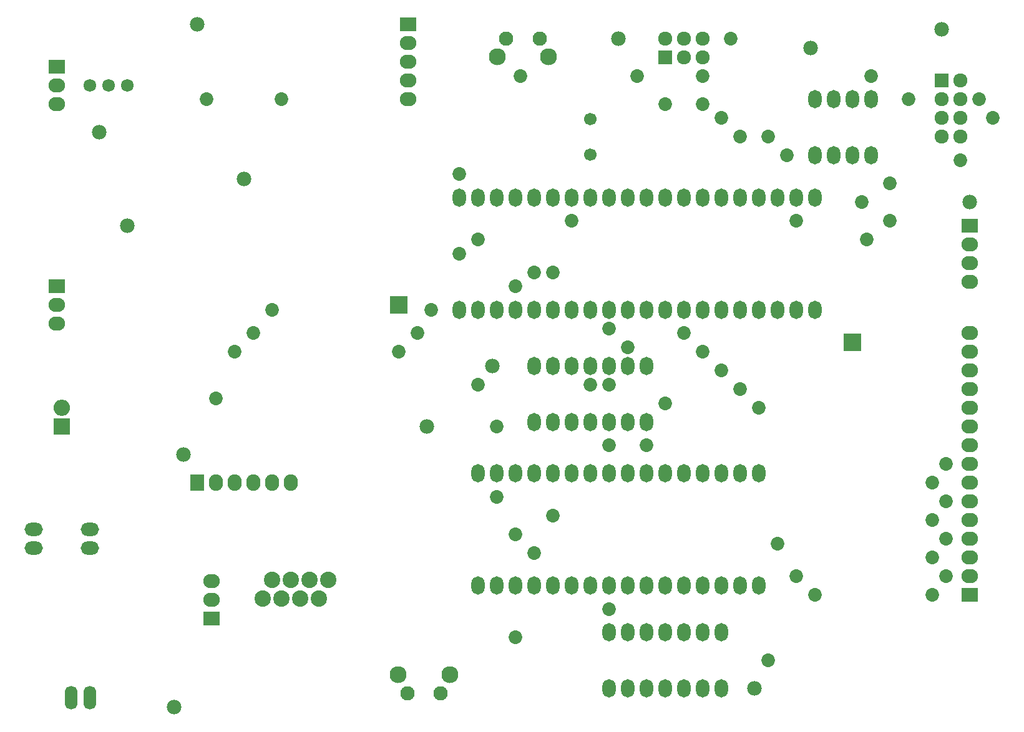
<source format=gts>
G04 #@! TF.FileFunction,Soldermask,Top*
%FSLAX46Y46*%
G04 Gerber Fmt 4.6, Leading zero omitted, Abs format (unit mm)*
G04 Created by KiCad (PCBNEW (2015-07-01 BZR 5850, Git 51c0ae3)-product) date 08.09.2015 00:21:10*
%MOMM*%
G01*
G04 APERTURE LIST*
%ADD10C,0.100000*%
%ADD11O,1.800000X2.500000*%
%ADD12R,2.232000X1.927200*%
%ADD13O,2.232000X1.927200*%
%ADD14R,1.927200X2.232000*%
%ADD15O,1.927200X2.232000*%
%ADD16R,1.927200X1.927200*%
%ADD17O,1.927200X1.927200*%
%ADD18C,2.232000*%
%ADD19R,2.232000X2.232000*%
%ADD20O,2.232000X2.232000*%
%ADD21C,2.300000*%
%ADD22C,1.950000*%
%ADD23C,1.724000*%
%ADD24O,2.500000X1.800000*%
%ADD25C,1.701140*%
%ADD26R,2.435200X2.435200*%
%ADD27O,1.706220X3.214980*%
%ADD28C,1.851000*%
%ADD29C,1.978000*%
G04 APERTURE END LIST*
D10*
D11*
X112649000Y-28194000D03*
X110109000Y-28194000D03*
X107569000Y-28194000D03*
X105029000Y-28194000D03*
X102489000Y-28194000D03*
X99949000Y-28194000D03*
X97409000Y-28194000D03*
X94869000Y-28194000D03*
X92329000Y-28194000D03*
X89789000Y-28194000D03*
X87249000Y-28194000D03*
X84709000Y-28194000D03*
X82169000Y-28194000D03*
X79629000Y-28194000D03*
X77089000Y-28194000D03*
X74549000Y-28194000D03*
X72009000Y-28194000D03*
X69469000Y-28194000D03*
X66929000Y-28194000D03*
X64389000Y-28194000D03*
X64389000Y-43434000D03*
X66929000Y-43434000D03*
X69469000Y-43434000D03*
X72009000Y-43434000D03*
X74549000Y-43434000D03*
X77089000Y-43434000D03*
X79629000Y-43434000D03*
X82169000Y-43434000D03*
X84709000Y-43434000D03*
X87249000Y-43434000D03*
X89789000Y-43434000D03*
X92329000Y-43434000D03*
X94869000Y-43434000D03*
X97409000Y-43434000D03*
X99949000Y-43434000D03*
X102489000Y-43434000D03*
X105029000Y-43434000D03*
X107569000Y-43434000D03*
X110109000Y-43434000D03*
X112649000Y-43434000D03*
D12*
X133604000Y-32004000D03*
D13*
X133604000Y-34544000D03*
X133604000Y-37084000D03*
X133604000Y-39624000D03*
D11*
X112649000Y-22479000D03*
X115189000Y-22479000D03*
X117729000Y-22479000D03*
X120269000Y-22479000D03*
X120269000Y-14859000D03*
X117729000Y-14859000D03*
X115189000Y-14859000D03*
X112649000Y-14859000D03*
D14*
X28829000Y-66929000D03*
D15*
X31369000Y-66929000D03*
X33909000Y-66929000D03*
X36449000Y-66929000D03*
X38989000Y-66929000D03*
X41529000Y-66929000D03*
D16*
X129794000Y-12319000D03*
D17*
X132334000Y-12319000D03*
X129794000Y-14859000D03*
X132334000Y-14859000D03*
X129794000Y-17399000D03*
X132334000Y-17399000D03*
X129794000Y-19939000D03*
X132334000Y-19939000D03*
D12*
X57404000Y-4699000D03*
D13*
X57404000Y-7239000D03*
X57404000Y-9779000D03*
X57404000Y-12319000D03*
X57404000Y-14859000D03*
D18*
X42799000Y-82677000D03*
X41529000Y-80137000D03*
X40259000Y-82677000D03*
X38989000Y-80137000D03*
X37719000Y-82677000D03*
X46609000Y-80137000D03*
X45339000Y-82677000D03*
X44069000Y-80137000D03*
D19*
X10414000Y-59309000D03*
D20*
X10414000Y-56769000D03*
D21*
X76499000Y-9094000D03*
D22*
X75239000Y-6604000D03*
X70739000Y-6604000D03*
D21*
X69489000Y-9094000D03*
X56089000Y-93014000D03*
D22*
X57349000Y-95504000D03*
X61849000Y-95504000D03*
D21*
X63099000Y-93014000D03*
D23*
X16764000Y-12954000D03*
X14224000Y-12954000D03*
X19304000Y-12954000D03*
D12*
X9779000Y-40259000D03*
D13*
X9779000Y-42799000D03*
X9779000Y-45339000D03*
D12*
X9779000Y-10414000D03*
D13*
X9779000Y-12954000D03*
X9779000Y-15494000D03*
D11*
X99949000Y-87249000D03*
X97409000Y-87249000D03*
X94869000Y-87249000D03*
X92329000Y-87249000D03*
X89789000Y-87249000D03*
X87249000Y-87249000D03*
X84709000Y-87249000D03*
X84709000Y-94869000D03*
X87249000Y-94869000D03*
X89789000Y-94869000D03*
X92329000Y-94869000D03*
X94869000Y-94869000D03*
X97409000Y-94869000D03*
X99949000Y-94869000D03*
X74549000Y-58674000D03*
X77089000Y-58674000D03*
X79629000Y-58674000D03*
X82169000Y-58674000D03*
X84709000Y-58674000D03*
X87249000Y-58674000D03*
X89789000Y-58674000D03*
X89789000Y-51054000D03*
X87249000Y-51054000D03*
X84709000Y-51054000D03*
X82169000Y-51054000D03*
X79629000Y-51054000D03*
X77089000Y-51054000D03*
X74549000Y-51054000D03*
X66929000Y-80899000D03*
X69469000Y-80899000D03*
X72009000Y-80899000D03*
X74549000Y-80899000D03*
X77089000Y-80899000D03*
X79629000Y-80899000D03*
X82169000Y-80899000D03*
X84709000Y-80899000D03*
X87249000Y-80899000D03*
X89789000Y-80899000D03*
X92329000Y-80899000D03*
X94869000Y-80899000D03*
X97409000Y-80899000D03*
X99949000Y-80899000D03*
X102489000Y-80899000D03*
X105029000Y-80899000D03*
X105029000Y-65659000D03*
X102489000Y-65659000D03*
X99949000Y-65659000D03*
X97409000Y-65659000D03*
X94869000Y-65659000D03*
X92329000Y-65659000D03*
X89789000Y-65659000D03*
X87249000Y-65659000D03*
X84709000Y-65659000D03*
X82169000Y-65659000D03*
X79629000Y-65659000D03*
X77089000Y-65659000D03*
X74549000Y-65659000D03*
X72009000Y-65659000D03*
X69469000Y-65659000D03*
X66929000Y-65659000D03*
D24*
X14224000Y-75819000D03*
X14224000Y-73279000D03*
X6604000Y-73279000D03*
X6604000Y-75819000D03*
D25*
X82169000Y-22379940D03*
X82169000Y-17498060D03*
D12*
X133604000Y-82169000D03*
D13*
X133604000Y-79629000D03*
X133604000Y-77089000D03*
X133604000Y-74549000D03*
X133604000Y-72009000D03*
X133604000Y-69469000D03*
X133604000Y-66929000D03*
X133604000Y-64389000D03*
X133604000Y-61849000D03*
X133604000Y-59309000D03*
X133604000Y-56769000D03*
X133604000Y-54229000D03*
X133604000Y-51689000D03*
X133604000Y-49149000D03*
X133604000Y-46609000D03*
D16*
X92329000Y-9144000D03*
D17*
X92329000Y-6604000D03*
X94869000Y-9144000D03*
X94869000Y-6604000D03*
X97409000Y-9144000D03*
X97409000Y-6604000D03*
D12*
X30734000Y-85344000D03*
D13*
X30734000Y-82804000D03*
X30734000Y-80264000D03*
D26*
X117729000Y-47879000D03*
X56134000Y-42799000D03*
D27*
X11684000Y-96139000D03*
X14224000Y-96139000D03*
D28*
X97409000Y-11684000D03*
X88519000Y-11684000D03*
X72644000Y-11684000D03*
D29*
X25654000Y-97409000D03*
X129794000Y-5334000D03*
X15494000Y-19304000D03*
D28*
X60579000Y-43434000D03*
X79629000Y-31369000D03*
X110109000Y-31369000D03*
X108839000Y-22479000D03*
X38989000Y-43434000D03*
X122809000Y-26289000D03*
X106299000Y-19939000D03*
X31369000Y-55499000D03*
X102489000Y-19939000D03*
X101219000Y-6604000D03*
X99949000Y-17399000D03*
X136779000Y-17399000D03*
X120269000Y-11684000D03*
X97409000Y-15494000D03*
X92329000Y-15494000D03*
X64389000Y-25019000D03*
X118999000Y-28829000D03*
X66929000Y-33909000D03*
X122809000Y-31369000D03*
X64389000Y-35814000D03*
X119634000Y-33909000D03*
X36449000Y-46609000D03*
X58674000Y-46609000D03*
X33909000Y-49149000D03*
X56134000Y-49149000D03*
X106299000Y-91059000D03*
X66929000Y-53594000D03*
X69469000Y-59309000D03*
X84709000Y-45974000D03*
X107569000Y-75184000D03*
X128524000Y-77089000D03*
X84709000Y-84074000D03*
X72009000Y-87884000D03*
X89789000Y-61849000D03*
X84709000Y-61849000D03*
X92329000Y-56134000D03*
X69469000Y-68834000D03*
X72009000Y-73914000D03*
X87249000Y-48514000D03*
X84709000Y-53594000D03*
X77089000Y-71374000D03*
X74549000Y-76454000D03*
X82169000Y-53594000D03*
X30099000Y-14859000D03*
X40259000Y-14859000D03*
X102489000Y-54229000D03*
X128524000Y-72009000D03*
X99949000Y-51689000D03*
X130429000Y-69469000D03*
X72009000Y-40259000D03*
X134874000Y-14859000D03*
X125349000Y-14859000D03*
X74549000Y-38354000D03*
X132334000Y-23114000D03*
X77089000Y-38354000D03*
X94869000Y-46609000D03*
X130429000Y-64389000D03*
X97409000Y-49149000D03*
X128524000Y-66929000D03*
X110109000Y-79629000D03*
X130429000Y-79629000D03*
D29*
X104394000Y-94869000D03*
X68834000Y-51054000D03*
X59944000Y-59309000D03*
X26924000Y-63119000D03*
X28829000Y-4699000D03*
X112014000Y-7874000D03*
X133604000Y-28829000D03*
X85979000Y-6604000D03*
X35179000Y-25654000D03*
X19304000Y-32004000D03*
D28*
X130429000Y-74549000D03*
X105029000Y-56769000D03*
X112649000Y-82169000D03*
X128524000Y-82169000D03*
M02*

</source>
